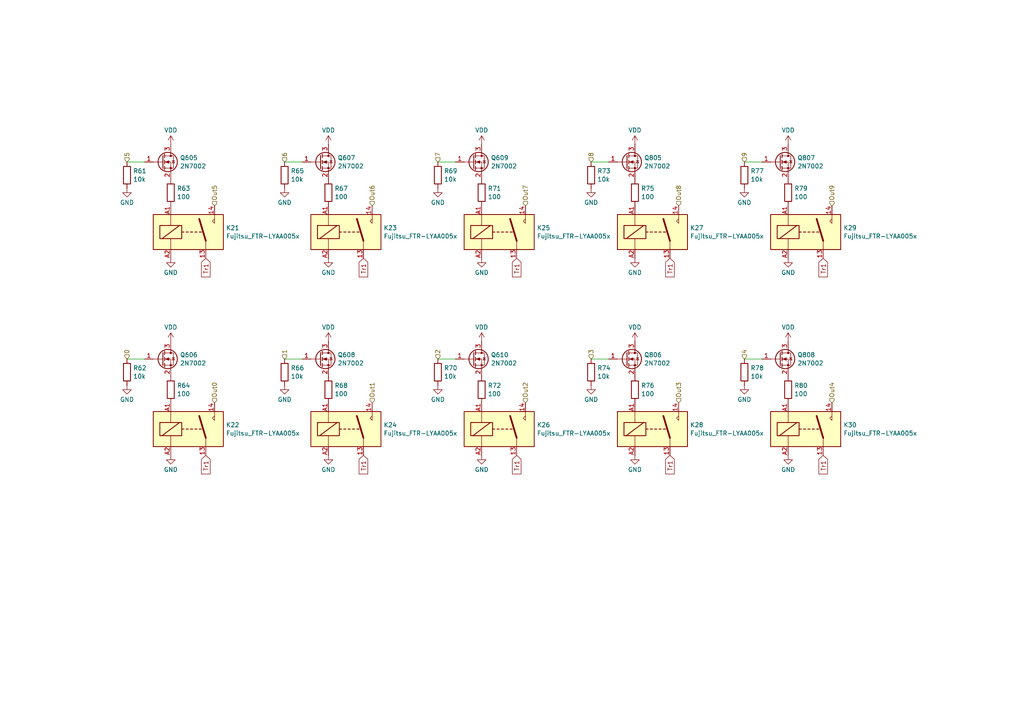
<source format=kicad_sch>
(kicad_sch (version 20250114) (generator "eeschema") (generator_version "9.0")
  (paper "A4")
  (lib_symbols
    (symbol "Device:R" (pin_numbers (hide yes)) (pin_names (offset 0))
      (property "Reference" "R" (at 2.032 0 90))
      (property "Value" "R" (at 0 0 90))
      (symbol "R_0_1"
        (rectangle (start -1.016 -2.54) (end 1.016 2.54) (stroke (width 0.254)))
      )
      (symbol "R_1_1"
        (pin passive line (at 0 3.81 270) (length 1.27) (name "~") (number "1"))
        (pin passive line (at 0 -3.81 90) (length 1.27) (name "~") (number "2"))
      )
    )
    (symbol "Relay:Fujitsu_FTR-LYAA005x"
      (property "Reference" "K" (at 11.43 3.81 0))
      (property "Value" "Fujitsu_FTR-LYAA005x" (at 11.43 1.27 0))
      (symbol "Fujitsu_FTR-LYAA005x_0_0"
        (polyline (pts (xy 7.62 5.08) (xy 7.62 2.54) (xy 6.985 3.175) (xy 7.62 3.81)))
      )
      (symbol "Fujitsu_FTR-LYAA005x_0_1"
        (rectangle (start -10.16 5.08) (end 10.16 -5.08) (stroke (width 0.254)) (fill (type background)))
        (rectangle (start -8.255 1.905) (end -1.905 -1.905) (stroke (width 0.254)))
        (polyline (pts (xy -7.62 -1.905) (xy -2.54 1.905)) (stroke (width 0.254)))
        (polyline (pts (xy -5.08 5.08) (xy -5.08 1.905)))
        (polyline (pts (xy -5.08 -5.08) (xy -5.08 -1.905)))
        (polyline (pts (xy -1.905 0) (xy -1.27 0)) (stroke (width 0.254)))
        (polyline (pts (xy -0.635 0) (xy 0 0)) (stroke (width 0.254)))
        (polyline (pts (xy 0.635 0) (xy 1.27 0)) (stroke (width 0.254)))
        (polyline (pts (xy 1.905 0) (xy 2.54 0)) (stroke (width 0.254)))
        (polyline (pts (xy 3.175 0) (xy 3.81 0)) (stroke (width 0.254)))
        (polyline (pts (xy 5.08 -2.54) (xy 3.175 3.81)) (stroke (width 0.508)))
        (polyline (pts (xy 5.08 -2.54) (xy 5.08 -5.08)))
      )
      (symbol "Fujitsu_FTR-LYAA005x_1_1"
        (pin passive line (at -5.08 7.62 270) (length 2.54) (name "~") (number "A1"))
        (pin passive line (at -5.08 -7.62 90) (length 2.54) (name "~") (number "A2"))
        (pin passive line (at 5.08 -7.62 90) (length 2.54) (name "~") (number "13"))
        (pin passive line (at 7.62 7.62 270) (length 2.54) (name "~") (number "14"))
      )
    )
    (symbol "Transistor_FET:2N7002" (pin_names (offset 0) (hide yes))
      (property "Reference" "Q" (at 5.08 1.905 0))
      (property "Value" "2N7002" (at 5.08 0 0))
      (symbol "2N7002_0_1"
        (polyline (pts (xy 0.254 1.905) (xy 0.254 -1.905)) (stroke (width 0.254)))
        (polyline (pts (xy 0.254 0) (xy -2.54 0)))
        (polyline (pts (xy 0.762 2.286) (xy 0.762 1.27)) (stroke (width 0.254)))
        (polyline (pts (xy 0.762 0.508) (xy 0.762 -0.508)) (stroke (width 0.254)))
        (polyline (pts (xy 0.762 -1.27) (xy 0.762 -2.286)) (stroke (width 0.254)))
        (polyline (pts (xy 0.762 -1.778) (xy 3.302 -1.778) (xy 3.302 1.778) (xy 0.762 1.778)))
        (polyline (pts (xy 1.016 0) (xy 2.032 0.381) (xy 2.032 -0.381) (xy 1.016 0)) (fill (type outline)))
        (circle (center 1.651 0) (radius 2.794) (stroke (width 0.254)))
        (polyline (pts (xy 2.54 2.54) (xy 2.54 1.778)))
        (circle (center 2.54 1.778) (radius 0.254) (fill (type outline)))
        (circle (center 2.54 -1.778) (radius 0.254) (fill (type outline)))
        (polyline (pts (xy 2.54 -2.54) (xy 2.54 0) (xy 0.762 0)))
        (polyline (pts (xy 2.921 0.381) (xy 3.683 0.381)))
        (polyline (pts (xy 3.302 0.381) (xy 2.921 -0.254) (xy 3.683 -0.254) (xy 3.302 0.381)))
      )
      (symbol "2N7002_1_1"
        (pin input line (at -5.08 0 0) (length 2.54) (name "G") (number "1"))
        (pin passive line (at 2.54 5.08 270) (length 2.54) (name "D") (number "3"))
        (pin passive line (at 2.54 -5.08 90) (length 2.54) (name "S") (number "2"))
      )
    )
    (symbol "power:GND" (power) (pin_numbers (hide yes)) (pin_names (offset 0) (hide yes))
      (property "Value" "GND" (at 0 -3.81 0))
      (symbol "GND_0_1"
        (polyline (pts (xy 0 0) (xy 0 -1.27) (xy 1.27 -1.27) (xy 0 -2.54) (xy -1.27 -1.27) (xy 0 -1.27)))
      )
      (symbol "GND_1_1"
        (pin power_in line (at 0 0 270) (length 0) (name "~") (number "1"))
      )
    )
    (symbol "power:VDD" (power) (pin_numbers (hide yes)) (pin_names (offset 0) (hide yes))
      (property "Value" "VDD" (at 0 3.556 0))
      (symbol "VDD_0_1"
        (polyline (pts (xy -0.762 1.27) (xy 0 2.54)))
        (polyline (pts (xy 0 2.54) (xy 0.762 1.27)))
        (polyline (pts (xy 0 0) (xy 0 2.54)))
      )
      (symbol "VDD_1_1"
        (pin power_in line (at 0 0 90) (length 0) (name "~") (number "1"))
      )
    )
  )
  (wire (pts (xy 215.9 104.14) (xy 220.98 104.14)))
  (wire (pts (xy 127 104.14) (xy 132.08 104.14)))
  (wire (pts (xy 215.9 46.99) (xy 220.98 46.99)))
  (wire (pts (xy 171.45 104.14) (xy 176.53 104.14)))
  (wire (pts (xy 171.45 46.99) (xy 176.53 46.99)))
  (wire (pts (xy 36.83 104.14) (xy 41.91 104.14)))
  (wire (pts (xy 36.83 46.99) (xy 41.91 46.99)))
  (wire (pts (xy 82.55 46.99) (xy 87.63 46.99)))
  (wire (pts (xy 127 46.99) (xy 132.08 46.99)))
  (wire (pts (xy 82.55 104.14) (xy 87.63 104.14)))
  (global_label "Tr1" (shape input) (at 59.69 74.93 270) (property "Intersheetrefs" "${INTERSHEET_REFS}" (effects (hide yes))))
  (global_label "Tr1" (shape input) (at 238.76 74.93 270) (property "Intersheetrefs" "${INTERSHEET_REFS}" (effects (hide yes))))
  (global_label "Tr1" (shape input) (at 105.41 132.08 270) (property "Intersheetrefs" "${INTERSHEET_REFS}" (effects (hide yes))))
  (global_label "Tr1" (shape input) (at 105.41 74.93 270) (property "Intersheetrefs" "${INTERSHEET_REFS}" (effects (hide yes))))
  (global_label "Tr1" (shape input) (at 149.86 132.08 270) (property "Intersheetrefs" "${INTERSHEET_REFS}" (effects (hide yes))))
  (global_label "Tr1" (shape input) (at 194.31 74.93 270) (property "Intersheetrefs" "${INTERSHEET_REFS}" (effects (hide yes))))
  (global_label "Tr1" (shape input) (at 149.86 74.93 270) (property "Intersheetrefs" "${INTERSHEET_REFS}" (effects (hide yes))))
  (global_label "Tr1" (shape input) (at 194.31 132.08 270) (property "Intersheetrefs" "${INTERSHEET_REFS}" (effects (hide yes))))
  (global_label "Tr1" (shape input) (at 238.76 132.08 270) (property "Intersheetrefs" "${INTERSHEET_REFS}" (effects (hide yes))))
  (global_label "Tr1" (shape input) (at 59.69 132.08 270) (property "Intersheetrefs" "${INTERSHEET_REFS}" (effects (hide yes))))
  (hierarchical_label "Out8" (shape input) (at 196.85 59.69 90))
  (hierarchical_label "Out3" (shape input) (at 196.85 116.84 90))
  (hierarchical_label "1" (shape input) (at 82.55 104.14 90))
  (hierarchical_label "Out9" (shape input) (at 241.3 59.69 90))
  (hierarchical_label "Out6" (shape input) (at 107.95 59.69 90))
  (hierarchical_label "Out1" (shape input) (at 107.95 116.84 90))
  (hierarchical_label "0" (shape input) (at 36.83 104.14 90))
  (hierarchical_label "2" (shape input) (at 127 104.14 90))
  (hierarchical_label "7" (shape input) (at 127 46.99 90))
  (hierarchical_label "Out4" (shape input) (at 241.3 116.84 90))
  (hierarchical_label "8" (shape input) (at 171.45 46.99 90))
  (hierarchical_label "3" (shape input) (at 171.45 104.14 90))
  (hierarchical_label "5" (shape input) (at 36.83 46.99 90))
  (hierarchical_label "Out7" (shape input) (at 152.4 59.69 90))
  (hierarchical_label "6" (shape input) (at 82.55 46.99 90))
  (hierarchical_label "9" (shape input) (at 215.9 46.99 90))
  (hierarchical_label "4" (shape input) (at 215.9 104.14 90))
  (hierarchical_label "Out2" (shape input) (at 152.4 116.84 90))
  (hierarchical_label "Out5" (shape input) (at 62.23 59.69 90))
  (hierarchical_label "Out0" (shape input) (at 62.23 116.84 90))
  (symbol (lib_id "Transistor_FET:2N7002") (at 46.99 46.99 0) (unit 1)
    (property "Reference" "Q605" (at 52.197 45.7778 0) (effects (justify left)))
    (property "Value" "2N7002" (at 52.197 48.2021 0) (effects (justify left)))
    (property "Footprint" "Package_TO_SOT_SMD:SOT-23" (effects (hide yes)))
    (property "Datasheet" "https://www.onsemi.com/pub/Collateral/NDS7002A-D.PDF" (effects (hide yes)))
    (property "Description" "0.115A Id, 60V Vds, N-Channel MOSFET, SOT-23" (effects (hide yes)))
    (instances (project "transistor-clock" (path "" (reference "Q605") (unit 1)) (path "" (reference "Q866") (unit 1)) (path "" (reference "Q873") (unit 1))))
  )
  (symbol (lib_id "Device:R") (at 49.53 113.03 0) (unit 1)
    (property "Reference" "R64" (at 51.308 111.8178 0) (effects (justify left)))
    (property "Value" "100" (at 51.308 114.2421 0) (effects (justify left)))
    (property "Footprint" "Resistor_SMD:R_0402_1005Metric" (effects (hide yes)))
    (property "Description" "Resistor" (effects (hide yes)))
    (instances (project "transistor-clock" (path "" (reference "R64") (unit 1)) (path "" (reference "R59") (unit 1)) (path "" (reference "R59") (unit 1))))
  )
  (symbol (lib_id "power:GND") (at 127 54.61 0) (unit 1)
    (property "Reference" "#PWR0390" (effects (hide yes)))
    (property "Value" "GND" (at 127 58.7431 0))
    (property "Description" "Power symbol creates a global label with name \"GND\" , ground" (effects (hide yes)))
    (instances (project "transistor-clock" (path "" (reference "#PWR0390") (unit 1)) (path "" (reference "#PWR0338") (unit 1)) (path "" (reference "#PWR0426") (unit 1))))
  )
  (symbol (lib_id "power:VDD") (at 184.15 99.06 0) (unit 1)
    (property "Reference" "#PWR0400" (effects (hide yes)))
    (property "Value" "VDD" (at 184.15 94.9269 0))
    (property "Description" "Power symbol creates a global label with name \"VDD\"" (effects (hide yes)))
    (instances (project "transistor-clock" (path "" (reference "#PWR0400") (unit 1)) (path "" (reference "#PWR0331") (unit 1)) (path "" (reference "#PWR0442") (unit 1))))
  )
  (symbol (lib_id "power:GND") (at 215.9 111.76 0) (unit 1)
    (property "Reference" "#PWR0403" (effects (hide yes)))
    (property "Value" "GND" (at 215.9 115.8931 0))
    (property "Description" "Power symbol creates a global label with name \"GND\" , ground" (effects (hide yes)))
    (instances (project "transistor-clock" (path "" (reference "#PWR0403") (unit 1)) (path "" (reference "#PWR0332") (unit 1)) (path "" (reference "#PWR0445") (unit 1))))
  )
  (symbol (lib_id "Relay:Fujitsu_FTR-LYAA005x") (at 100.33 124.46 0) (unit 1)
    (property "Reference" "K24" (at 111.252 123.2478 0) (effects (justify left)))
    (property "Value" "Fujitsu_FTR-LYAA005x" (at 111.252 125.6721 0) (effects (justify left)))
    (property "Footprint" "Relay_THT:Relay_SPST-NO_Fujitsu_FTR-LYAA005x_FormA_Vertical" (effects (hide yes)))
    (property "Datasheet" "https://www.fujitsu.com/sg/imagesgig5/ftr-ly.pdf" (effects (hide yes)))
    (property "Description" "Relay, SPST Form A, vertical mount, 5-60V coil, 6A, 250VAC, 28 x 5 x 15mm" (effects (hide yes)))
    (instances (project "transistor-clock" (path "" (reference "K24") (unit 1)) (path "" (reference "K7") (unit 1)) (path "" (reference "K35") (unit 1))))
  )
  (symbol (lib_id "power:VDD") (at 95.25 99.06 0) (unit 1)
    (property "Reference" "#PWR0388" (effects (hide yes)))
    (property "Value" "VDD" (at 95.25 94.9269 0))
    (property "Description" "Power symbol creates a global label with name \"VDD\"" (effects (hide yes)))
    (instances (project "transistor-clock" (path "" (reference "#PWR0388") (unit 1)) (path "" (reference "#PWR0327") (unit 1)) (path "" (reference "#PWR0422") (unit 1))))
  )
  (symbol (lib_id "Device:R") (at 215.9 50.8 0) (unit 1)
    (property "Reference" "R77" (at 217.678 49.5878 0) (effects (justify left)))
    (property "Value" "10k" (at 217.678 52.0121 0) (effects (justify left)))
    (property "Footprint" "Resistor_SMD:R_0402_1005Metric" (effects (hide yes)))
    (property "Description" "Resistor" (effects (hide yes)))
    (instances (project "transistor-clock" (path "" (reference "R77") (unit 1)) (path "" (reference "R31") (unit 1)) (path "" (reference "R105") (unit 1))))
  )
  (symbol (lib_id "Device:R") (at 95.25 113.03 0) (unit 1)
    (property "Reference" "R68" (at 97.028 111.8178 0) (effects (justify left)))
    (property "Value" "100" (at 97.028 114.2421 0) (effects (justify left)))
    (property "Footprint" "Resistor_SMD:R_0402_1005Metric" (effects (hide yes)))
    (property "Description" "Resistor" (effects (hide yes)))
    (instances (project "transistor-clock" (path "" (reference "R68") (unit 1)) (path "" (reference "R24") (unit 1)) (path "" (reference "R91") (unit 1))))
  )
  (symbol (lib_id "Relay:Fujitsu_FTR-LYAA005x") (at 54.61 67.31 0) (unit 1)
    (property "Reference" "K21" (at 65.532 66.0978 0) (effects (justify left)))
    (property "Value" "Fujitsu_FTR-LYAA005x" (at 65.532 68.5221 0) (effects (justify left)))
    (property "Footprint" "Relay_THT:Relay_SPST-NO_Fujitsu_FTR-LYAA005x_FormA_Vertical" (effects (hide yes)))
    (property "Datasheet" "https://www.fujitsu.com/sg/imagesgig5/ftr-ly.pdf" (effects (hide yes)))
    (property "Description" "Relay, SPST Form A, vertical mount, 5-60V coil, 6A, 250VAC, 28 x 5 x 15mm" (effects (hide yes)))
    (instances (project "transistor-clock" (path "" (reference "K21") (unit 1)) (path "" (reference "K13") (unit 1)) (path "" (reference "K13") (unit 1))))
  )
  (symbol (lib_id "Transistor_FET:2N7002") (at 181.61 46.99 0) (unit 1)
    (property "Reference" "Q805" (at 186.817 45.7778 0) (effects (justify left)))
    (property "Value" "2N7002" (at 186.817 48.2021 0) (effects (justify left)))
    (property "Footprint" "Package_TO_SOT_SMD:SOT-23" (effects (hide yes)))
    (property "Datasheet" "https://www.onsemi.com/pub/Collateral/NDS7002A-D.PDF" (effects (hide yes)))
    (property "Description" "0.115A Id, 60V Vds, N-Channel MOSFET, SOT-23" (effects (hide yes)))
    (instances (project "transistor-clock" (path "" (reference "Q805") (unit 1)) (path "" (reference "Q863") (unit 1)) (path "" (reference "Q885") (unit 1))))
  )
  (symbol (lib_id "Transistor_FET:2N7002") (at 92.71 104.14 0) (unit 1)
    (property "Reference" "Q608" (at 97.917 102.9278 0) (effects (justify left)))
    (property "Value" "2N7002" (at 97.917 105.3521 0) (effects (justify left)))
    (property "Footprint" "Package_TO_SOT_SMD:SOT-23" (effects (hide yes)))
    (property "Datasheet" "https://www.onsemi.com/pub/Collateral/NDS7002A-D.PDF" (effects (hide yes)))
    (property "Description" "0.115A Id, 60V Vds, N-Channel MOSFET, SOT-23" (effects (hide yes)))
    (instances (project "transistor-clock" (path "" (reference "Q608") (unit 1)) (path "" (reference "Q858") (unit 1)) (path "" (reference "Q879") (unit 1))))
  )
  (symbol (lib_id "Relay:Fujitsu_FTR-LYAA005x") (at 233.68 124.46 0) (unit 1)
    (property "Reference" "K30" (at 244.602 123.2478 0) (effects (justify left)))
    (property "Value" "Fujitsu_FTR-LYAA005x" (at 244.602 125.6721 0) (effects (justify left)))
    (property "Footprint" "Relay_THT:Relay_SPST-NO_Fujitsu_FTR-LYAA005x_FormA_Vertical" (effects (hide yes)))
    (property "Datasheet" "https://www.fujitsu.com/sg/imagesgig5/ftr-ly.pdf" (effects (hide yes)))
    (property "Description" "Relay, SPST Form A, vertical mount, 5-60V coil, 6A, 250VAC, 28 x 5 x 15mm" (effects (hide yes)))
    (instances (project "transistor-clock" (path "" (reference "K30") (unit 1)) (path "" (reference "K10") (unit 1)) (path "" (reference "K44") (unit 1))))
  )
  (symbol (lib_id "Relay:Fujitsu_FTR-LYAA005x") (at 189.23 67.31 0) (unit 1)
    (property "Reference" "K27" (at 200.152 66.0978 0) (effects (justify left)))
    (property "Value" "Fujitsu_FTR-LYAA005x" (at 200.152 68.5221 0) (effects (justify left)))
    (property "Footprint" "Relay_THT:Relay_SPST-NO_Fujitsu_FTR-LYAA005x_FormA_Vertical" (effects (hide yes)))
    (property "Datasheet" "https://www.fujitsu.com/sg/imagesgig5/ftr-ly.pdf" (effects (hide yes)))
    (property "Description" "Relay, SPST Form A, vertical mount, 5-60V coil, 6A, 250VAC, 28 x 5 x 15mm" (effects (hide yes)))
    (instances (project "transistor-clock" (path "" (reference "K27") (unit 1)) (path "" (reference "K4") (unit 1)) (path "" (reference "K41") (unit 1))))
  )
  (symbol (lib_id "Relay:Fujitsu_FTR-LYAA005x") (at 189.23 124.46 0) (unit 1)
    (property "Reference" "K28" (at 200.152 123.2478 0) (effects (justify left)))
    (property "Value" "Fujitsu_FTR-LYAA005x" (at 200.152 125.6721 0) (effects (justify left)))
    (property "Footprint" "Relay_THT:Relay_SPST-NO_Fujitsu_FTR-LYAA005x_FormA_Vertical" (effects (hide yes)))
    (property "Datasheet" "https://www.fujitsu.com/sg/imagesgig5/ftr-ly.pdf" (effects (hide yes)))
    (property "Description" "Relay, SPST Form A, vertical mount, 5-60V coil, 6A, 250VAC, 28 x 5 x 15mm" (effects (hide yes)))
    (instances (project "transistor-clock" (path "" (reference "K28") (unit 1)) (path "" (reference "K9") (unit 1)) (path "" (reference "K42") (unit 1))))
  )
  (symbol (lib_id "Transistor_FET:2N7002") (at 46.99 104.14 0) (unit 1)
    (property "Reference" "Q606" (at 52.197 102.9278 0) (effects (justify left)))
    (property "Value" "2N7002" (at 52.197 105.3521 0) (effects (justify left)))
    (property "Footprint" "Package_TO_SOT_SMD:SOT-23" (effects (hide yes)))
    (property "Datasheet" "https://www.onsemi.com/pub/Collateral/NDS7002A-D.PDF" (effects (hide yes)))
    (property "Description" "0.115A Id, 60V Vds, N-Channel MOSFET, SOT-23" (effects (hide yes)))
    (instances (project "transistor-clock" (path "" (reference "Q606") (unit 1)) (path "" (reference "Q875") (unit 1)) (path "" (reference "Q875") (unit 1))))
  )
  (symbol (lib_id "power:GND") (at 139.7 74.93 0) (unit 1)
    (property "Reference" "#PWR0393" (effects (hide yes)))
    (property "Value" "GND" (at 139.7 79.0631 0))
    (property "Description" "Power symbol creates a global label with name \"GND\" , ground" (effects (hide yes)))
    (instances (project "transistor-clock" (path "" (reference "#PWR0393") (unit 1)) (path "" (reference "#PWR0349") (unit 1)) (path "" (reference "#PWR0432") (unit 1))))
  )
  (symbol (lib_id "power:GND") (at 228.6 74.93 0) (unit 1)
    (property "Reference" "#PWR0405" (effects (hide yes)))
    (property "Value" "GND" (at 228.6 79.0631 0))
    (property "Description" "Power symbol creates a global label with name \"GND\" , ground" (effects (hide yes)))
    (instances (project "transistor-clock" (path "" (reference "#PWR0405") (unit 1)) (path "" (reference "#PWR0347") (unit 1)) (path "" (reference "#PWR0447") (unit 1))))
  )
  (symbol (lib_id "Transistor_FET:2N7002") (at 92.71 46.99 0) (unit 1)
    (property "Reference" "Q607" (at 97.917 45.7778 0) (effects (justify left)))
    (property "Value" "2N7002" (at 97.917 48.2021 0) (effects (justify left)))
    (property "Footprint" "Package_TO_SOT_SMD:SOT-23" (effects (hide yes)))
    (property "Datasheet" "https://www.onsemi.com/pub/Collateral/NDS7002A-D.PDF" (effects (hide yes)))
    (property "Description" "0.115A Id, 60V Vds, N-Channel MOSFET, SOT-23" (effects (hide yes)))
    (instances (project "transistor-clock" (path "" (reference "Q607") (unit 1)) (path "" (reference "Q865") (unit 1)) (path "" (reference "Q877") (unit 1))))
  )
  (symbol (lib_id "Relay:Fujitsu_FTR-LYAA005x") (at 54.61 124.46 0) (unit 1)
    (property "Reference" "K22" (at 65.532 123.2478 0) (effects (justify left)))
    (property "Value" "Fujitsu_FTR-LYAA005x" (at 65.532 125.6721 0) (effects (justify left)))
    (property "Footprint" "Relay_THT:Relay_SPST-NO_Fujitsu_FTR-LYAA005x_FormA_Vertical" (effects (hide yes)))
    (property "Datasheet" "https://www.fujitsu.com/sg/imagesgig5/ftr-ly.pdf" (effects (hide yes)))
    (property "Description" "Relay, SPST Form A, vertical mount, 5-60V coil, 6A, 250VAC, 28 x 5 x 15mm" (effects (hide yes)))
    (instances (project "transistor-clock" (path "" (reference "K22") (unit 1)) (path "" (reference "K6") (unit 1)) (path "" (reference "K19") (unit 1))))
  )
  (symbol (lib_id "power:GND") (at 184.15 132.08 0) (unit 1)
    (property "Reference" "#PWR0401" (effects (hide yes)))
    (property "Value" "GND" (at 184.15 136.2131 0))
    (property "Description" "Power symbol creates a global label with name \"GND\" , ground" (effects (hide yes)))
    (instances (project "transistor-clock" (path "" (reference "#PWR0401") (unit 1)) (path "" (reference "#PWR0345") (unit 1)) (path "" (reference "#PWR0443") (unit 1))))
  )
  (symbol (lib_id "power:VDD") (at 49.53 41.91 0) (unit 1)
    (property "Reference" "#PWR0304" (effects (hide yes)))
    (property "Value" "VDD" (at 49.53 37.7769 0))
    (property "Description" "Power symbol creates a global label with name \"VDD\"" (effects (hide yes)))
    (instances (project "transistor-clock" (path "" (reference "#PWR0304") (unit 1)) (path "" (reference "#PWR0343") (unit 1)) (path "" (reference "#PWR0373") (unit 1))))
  )
  (symbol (lib_id "Device:R") (at 82.55 107.95 0) (unit 1)
    (property "Reference" "R66" (at 84.328 106.7378 0) (effects (justify left)))
    (property "Value" "10k" (at 84.328 109.1621 0) (effects (justify left)))
    (property "Footprint" "Resistor_SMD:R_0402_1005Metric" (effects (hide yes)))
    (property "Description" "Resistor" (effects (hide yes)))
    (instances (project "transistor-clock" (path "" (reference "R66") (unit 1)) (path "" (reference "R23") (unit 1)) (path "" (reference "R87") (unit 1))))
  )
  (symbol (lib_id "power:GND") (at 95.25 74.93 0) (unit 1)
    (property "Reference" "#PWR0387" (effects (hide yes)))
    (property "Value" "GND" (at 95.25 79.0631 0))
    (property "Description" "Power symbol creates a global label with name \"GND\" , ground" (effects (hide yes)))
    (instances (project "transistor-clock" (path "" (reference "#PWR0387") (unit 1)) (path "" (reference "#PWR0350") (unit 1)) (path "" (reference "#PWR0420") (unit 1))))
  )
  (symbol (lib_id "power:VDD") (at 228.6 41.91 0) (unit 1)
    (property "Reference" "#PWR0404" (effects (hide yes)))
    (property "Value" "VDD" (at 228.6 37.7769 0))
    (property "Description" "Power symbol creates a global label with name \"VDD\"" (effects (hide yes)))
    (instances (project "transistor-clock" (path "" (reference "#PWR0404") (unit 1)) (path "" (reference "#PWR0335") (unit 1)) (path "" (reference "#PWR0446") (unit 1))))
  )
  (symbol (lib_id "Relay:Fujitsu_FTR-LYAA005x") (at 144.78 67.31 0) (unit 1)
    (property "Reference" "K25" (at 155.702 66.0978 0) (effects (justify left)))
    (property "Value" "Fujitsu_FTR-LYAA005x" (at 155.702 68.5221 0) (effects (justify left)))
    (property "Footprint" "Relay_THT:Relay_SPST-NO_Fujitsu_FTR-LYAA005x_FormA_Vertical" (effects (hide yes)))
    (property "Datasheet" "https://www.fujitsu.com/sg/imagesgig5/ftr-ly.pdf" (effects (hide yes)))
    (property "Description" "Relay, SPST Form A, vertical mount, 5-60V coil, 6A, 250VAC, 28 x 5 x 15mm" (effects (hide yes)))
    (instances (project "transistor-clock" (path "" (reference "K25") (unit 1)) (path "" (reference "K3") (unit 1)) (path "" (reference "K37") (unit 1))))
  )
  (symbol (lib_id "Device:R") (at 228.6 55.88 0) (unit 1)
    (property "Reference" "R79" (at 230.378 54.6678 0) (effects (justify left)))
    (property "Value" "100" (at 230.378 57.0921 0) (effects (justify left)))
    (property "Footprint" "Resistor_SMD:R_0402_1005Metric" (effects (hide yes)))
    (property "Description" "Resistor" (effects (hide yes)))
    (instances (project "transistor-clock" (path "" (reference "R79") (unit 1)) (path "" (reference "R32") (unit 1)) (path "" (reference "R107") (unit 1))))
  )
  (symbol (lib_id "Relay:Fujitsu_FTR-LYAA005x") (at 144.78 124.46 0) (unit 1)
    (property "Reference" "K26" (at 155.702 123.2478 0) (effects (justify left)))
    (property "Value" "Fujitsu_FTR-LYAA005x" (at 155.702 125.6721 0) (effects (justify left)))
    (property "Footprint" "Relay_THT:Relay_SPST-NO_Fujitsu_FTR-LYAA005x_FormA_Vertical" (effects (hide yes)))
    (property "Datasheet" "https://www.fujitsu.com/sg/imagesgig5/ftr-ly.pdf" (effects (hide yes)))
    (property "Description" "Relay, SPST Form A, vertical mount, 5-60V coil, 6A, 250VAC, 28 x 5 x 15mm" (effects (hide yes)))
    (instances (project "transistor-clock" (path "" (reference "K26") (unit 1)) (path "" (reference "K8") (unit 1)) (path "" (reference "K39") (unit 1))))
  )
  (symbol (lib_id "Device:R") (at 215.9 107.95 0) (unit 1)
    (property "Reference" "R78" (at 217.678 106.7378 0) (effects (justify left)))
    (property "Value" "10k" (at 217.678 109.1621 0) (effects (justify left)))
    (property "Footprint" "Resistor_SMD:R_0402_1005Metric" (effects (hide yes)))
    (property "Description" "Resistor" (effects (hide yes)))
    (instances (project "transistor-clock" (path "" (reference "R78") (unit 1)) (path "" (reference "R29") (unit 1)) (path "" (reference "R106") (unit 1))))
  )
  (symbol (lib_id "Device:R") (at 36.83 50.8 0) (unit 1)
    (property "Reference" "R61" (at 38.608 49.5878 0) (effects (justify left)))
    (property "Value" "10k" (at 38.608 52.0121 0) (effects (justify left)))
    (property "Footprint" "Resistor_SMD:R_0402_1005Metric" (effects (hide yes)))
    (property "Description" "Resistor" (effects (hide yes)))
    (instances (project "transistor-clock" (path "" (reference "R61") (unit 1)) (path "" (reference "R39") (unit 1)) (path "" (reference "R53") (unit 1))))
  )
  (symbol (lib_id "Relay:Fujitsu_FTR-LYAA005x") (at 100.33 67.31 0) (unit 1)
    (property "Reference" "K23" (at 111.252 66.0978 0) (effects (justify left)))
    (property "Value" "Fujitsu_FTR-LYAA005x" (at 111.252 68.5221 0) (effects (justify left)))
    (property "Footprint" "Relay_THT:Relay_SPST-NO_Fujitsu_FTR-LYAA005x_FormA_Vertical" (effects (hide yes)))
    (property "Datasheet" "https://www.fujitsu.com/sg/imagesgig5/ftr-ly.pdf" (effects (hide yes)))
    (property "Description" "Relay, SPST Form A, vertical mount, 5-60V coil, 6A, 250VAC, 28 x 5 x 15mm" (effects (hide yes)))
    (instances (project "transistor-clock" (path "" (reference "K23") (unit 1)) (path "" (reference "K2") (unit 1)) (path "" (reference "K33") (unit 1))))
  )
  (symbol (lib_id "power:GND") (at 49.53 132.08 0) (unit 1)
    (property "Reference" "#PWR0383" (effects (hide yes)))
    (property "Value" "GND" (at 49.53 136.2131 0))
    (property "Description" "Power symbol creates a global label with name \"GND\" , ground" (effects (hide yes)))
    (instances (project "transistor-clock" (path "" (reference "#PWR0383") (unit 1)) (path "" (reference "#PWR0379") (unit 1)) (path "" (reference "#PWR0379") (unit 1))))
  )
  (symbol (lib_id "power:GND") (at 127 111.76 0) (unit 1)
    (property "Reference" "#PWR0391" (effects (hide yes)))
    (property "Value" "GND" (at 127 115.8931 0))
    (property "Description" "Power symbol creates a global label with name \"GND\" , ground" (effects (hide yes)))
    (instances (project "transistor-clock" (path "" (reference "#PWR0391") (unit 1)) (path "" (reference "#PWR0328") (unit 1)) (path "" (reference "#PWR0428") (unit 1))))
  )
  (symbol (lib_id "power:GND") (at 82.55 111.76 0) (unit 1)
    (property "Reference" "#PWR0385" (effects (hide yes)))
    (property "Value" "GND" (at 82.55 115.8931 0))
    (property "Description" "Power symbol creates a global label with name \"GND\" , ground" (effects (hide yes)))
    (instances (project "transistor-clock" (path "" (reference "#PWR0385") (unit 1)) (path "" (reference "#PWR0326") (unit 1)) (path "" (reference "#PWR0416") (unit 1))))
  )
  (symbol (lib_id "Transistor_FET:2N7002") (at 137.16 104.14 0) (unit 1)
    (property "Reference" "Q610" (at 142.367 102.9278 0) (effects (justify left)))
    (property "Value" "2N7002" (at 142.367 105.3521 0) (effects (justify left)))
    (property "Footprint" "Package_TO_SOT_SMD:SOT-23" (effects (hide yes)))
    (property "Datasheet" "https://www.onsemi.com/pub/Collateral/NDS7002A-D.PDF" (effects (hide yes)))
    (property "Description" "0.115A Id, 60V Vds, N-Channel MOSFET, SOT-23" (effects (hide yes)))
    (instances (project "transistor-clock" (path "" (reference "Q610") (unit 1)) (path "" (reference "Q859") (unit 1)) (path "" (reference "Q883") (unit 1))))
  )
  (symbol (lib_id "Relay:Fujitsu_FTR-LYAA005x") (at 233.68 67.31 0) (unit 1)
    (property "Reference" "K29" (at 244.602 66.0978 0) (effects (justify left)))
    (property "Value" "Fujitsu_FTR-LYAA005x" (at 244.602 68.5221 0) (effects (justify left)))
    (property "Footprint" "Relay_THT:Relay_SPST-NO_Fujitsu_FTR-LYAA005x_FormA_Vertical" (effects (hide yes)))
    (property "Datasheet" "https://www.fujitsu.com/sg/imagesgig5/ftr-ly.pdf" (effects (hide yes)))
    (property "Description" "Relay, SPST Form A, vertical mount, 5-60V coil, 6A, 250VAC, 28 x 5 x 15mm" (effects (hide yes)))
    (instances (project "transistor-clock" (path "" (reference "K29") (unit 1)) (path "" (reference "K5") (unit 1)) (path "" (reference "K43") (unit 1))))
  )
  (symbol (lib_id "power:GND") (at 171.45 54.61 0) (unit 1)
    (property "Reference" "#PWR0396" (effects (hide yes)))
    (property "Value" "GND" (at 171.45 58.7431 0))
    (property "Description" "Power symbol creates a global label with name \"GND\" , ground" (effects (hide yes)))
    (instances (project "transistor-clock" (path "" (reference "#PWR0396") (unit 1)) (path "" (reference "#PWR0336") (unit 1)) (path "" (reference "#PWR0438") (unit 1))))
  )
  (symbol (lib_id "Transistor_FET:2N7002") (at 137.16 46.99 0) (unit 1)
    (property "Reference" "Q609" (at 142.367 45.7778 0) (effects (justify left)))
    (property "Value" "2N7002" (at 142.367 48.2021 0) (effects (justify left)))
    (property "Footprint" "Package_TO_SOT_SMD:SOT-23" (effects (hide yes)))
    (property "Datasheet" "https://www.onsemi.com/pub/Collateral/NDS7002A-D.PDF" (effects (hide yes)))
    (property "Description" "0.115A Id, 60V Vds, N-Channel MOSFET, SOT-23" (effects (hide yes)))
    (instances (project "transistor-clock" (path "" (reference "Q609") (unit 1)) (path "" (reference "Q864") (unit 1)) (path "" (reference "Q881") (unit 1))))
  )
  (symbol (lib_id "power:GND") (at 184.15 74.93 0) (unit 1)
    (property "Reference" "#PWR0399" (effects (hide yes)))
    (property "Value" "GND" (at 184.15 79.0631 0))
    (property "Description" "Power symbol creates a global label with name \"GND\" , ground" (effects (hide yes)))
    (instances (project "transistor-clock" (path "" (reference "#PWR0399") (unit 1)) (path "" (reference "#PWR0348") (unit 1)) (path "" (reference "#PWR0441") (unit 1))))
  )
  (symbol (lib_id "power:VDD") (at 49.53 99.06 0) (unit 1)
    (property "Reference" "#PWR0382" (effects (hide yes)))
    (property "Value" "VDD" (at 49.53 94.9269 0))
    (property "Description" "Power symbol creates a global label with name \"VDD\"" (effects (hide yes)))
    (instances (project "transistor-clock" (path "" (reference "#PWR0382") (unit 1)) (path "" (reference "#PWR0378") (unit 1)) (path "" (reference "#PWR0378") (unit 1))))
  )
  (symbol (lib_id "power:VDD") (at 139.7 41.91 0) (unit 1)
    (property "Reference" "#PWR0392" (effects (hide yes)))
    (property "Value" "VDD" (at 139.7 37.7769 0))
    (property "Description" "Power symbol creates a global label with name \"VDD\"" (effects (hide yes)))
    (instances (project "transistor-clock" (path "" (reference "#PWR0392") (unit 1)) (path "" (reference "#PWR0339") (unit 1)) (path "" (reference "#PWR0429") (unit 1))))
  )
  (symbol (lib_id "power:VDD") (at 184.15 41.91 0) (unit 1)
    (property "Reference" "#PWR0398" (effects (hide yes)))
    (property "Value" "VDD" (at 184.15 37.7769 0))
    (property "Description" "Power symbol creates a global label with name \"VDD\"" (effects (hide yes)))
    (instances (project "transistor-clock" (path "" (reference "#PWR0398") (unit 1)) (path "" (reference "#PWR0337") (unit 1)) (path "" (reference "#PWR0440") (unit 1))))
  )
  (symbol (lib_id "Transistor_FET:2N7002") (at 226.06 104.14 0) (unit 1)
    (property "Reference" "Q808" (at 231.267 102.9278 0) (effects (justify left)))
    (property "Value" "2N7002" (at 231.267 105.3521 0) (effects (justify left)))
    (property "Footprint" "Package_TO_SOT_SMD:SOT-23" (effects (hide yes)))
    (property "Datasheet" "https://www.onsemi.com/pub/Collateral/NDS7002A-D.PDF" (effects (hide yes)))
    (property "Description" "0.115A Id, 60V Vds, N-Channel MOSFET, SOT-23" (effects (hide yes)))
    (instances (project "transistor-clock" (path "" (reference "Q808") (unit 1)) (path "" (reference "Q861") (unit 1)) (path "" (reference "Q888") (unit 1))))
  )
  (symbol (lib_id "power:GND") (at 36.83 111.76 0) (unit 1)
    (property "Reference" "#PWR0235" (effects (hide yes)))
    (property "Value" "GND" (at 36.83 115.8931 0))
    (property "Description" "Power symbol creates a global label with name \"GND\" , ground" (effects (hide yes)))
    (instances (project "transistor-clock" (path "" (reference "#PWR0235") (unit 1)) (path "" (reference "#PWR0325") (unit 1)) (path "" (reference "#PWR0372") (unit 1))))
  )
  (symbol (lib_id "power:VDD") (at 228.6 99.06 0) (unit 1)
    (property "Reference" "#PWR0406" (effects (hide yes)))
    (property "Value" "VDD" (at 228.6 94.9269 0))
    (property "Description" "Power symbol creates a global label with name \"VDD\"" (effects (hide yes)))
    (instances (project "transistor-clock" (path "" (reference "#PWR0406") (unit 1)) (path "" (reference "#PWR0333") (unit 1)) (path "" (reference "#PWR0448") (unit 1))))
  )
  (symbol (lib_id "power:VDD") (at 95.25 41.91 0) (unit 1)
    (property "Reference" "#PWR0386" (effects (hide yes)))
    (property "Value" "VDD" (at 95.25 37.7769 0))
    (property "Description" "Power symbol creates a global label with name \"VDD\"" (effects (hide yes)))
    (instances (project "transistor-clock" (path "" (reference "#PWR0386") (unit 1)) (path "" (reference "#PWR0341") (unit 1)) (path "" (reference "#PWR0417") (unit 1))))
  )
  (symbol (lib_id "Device:R") (at 139.7 55.88 0) (unit 1)
    (property "Reference" "R71" (at 141.478 54.6678 0) (effects (justify left)))
    (property "Value" "100" (at 141.478 57.0921 0) (effects (justify left)))
    (property "Footprint" "Resistor_SMD:R_0402_1005Metric" (effects (hide yes)))
    (property "Description" "Resistor" (effects (hide yes)))
    (instances (project "transistor-clock" (path "" (reference "R71") (unit 1)) (path "" (reference "R36") (unit 1)) (path "" (reference "R97") (unit 1))))
  )
  (symbol (lib_id "Device:R") (at 36.83 107.95 0) (unit 1)
    (property "Reference" "R62" (at 38.608 106.7378 0) (effects (justify left)))
    (property "Value" "10k" (at 38.608 109.1621 0) (effects (justify left)))
    (property "Footprint" "Resistor_SMD:R_0402_1005Metric" (effects (hide yes)))
    (property "Description" "Resistor" (effects (hide yes)))
    (instances (project "transistor-clock" (path "" (reference "R62") (unit 1)) (path "" (reference "R55") (unit 1)) (path "" (reference "R55") (unit 1))))
  )
  (symbol (lib_id "Device:R") (at 171.45 50.8 0) (unit 1)
    (property "Reference" "R73" (at 173.228 49.5878 0) (effects (justify left)))
    (property "Value" "10k" (at 173.228 52.0121 0) (effects (justify left)))
    (property "Footprint" "Resistor_SMD:R_0402_1005Metric" (effects (hide yes)))
    (property "Description" "Resistor" (effects (hide yes)))
    (instances (project "transistor-clock" (path "" (reference "R73") (unit 1)) (path "" (reference "R33") (unit 1)) (path "" (reference "R101") (unit 1))))
  )
  (symbol (lib_id "power:GND") (at 36.83 54.61 0) (unit 1)
    (property "Reference" "#PWR0234" (effects (hide yes)))
    (property "Value" "GND" (at 36.83 58.7431 0))
    (property "Description" "Power symbol creates a global label with name \"GND\" , ground" (effects (hide yes)))
    (instances (project "transistor-clock" (path "" (reference "#PWR0234") (unit 1)) (path "" (reference "#PWR0342") (unit 1)) (path "" (reference "#PWR0370") (unit 1))))
  )
  (symbol (lib_id "Device:R") (at 82.55 50.8 0) (unit 1)
    (property "Reference" "R65" (at 84.328 49.5878 0) (effects (justify left)))
    (property "Value" "10k" (at 84.328 52.0121 0) (effects (justify left)))
    (property "Footprint" "Resistor_SMD:R_0402_1005Metric" (effects (hide yes)))
    (property "Description" "Resistor" (effects (hide yes)))
    (instances (project "transistor-clock" (path "" (reference "R65") (unit 1)) (path "" (reference "R37") (unit 1)) (path "" (reference "R85") (unit 1))))
  )
  (symbol (lib_id "Device:R") (at 139.7 113.03 0) (unit 1)
    (property "Reference" "R72" (at 141.478 111.8178 0) (effects (justify left)))
    (property "Value" "100" (at 141.478 114.2421 0) (effects (justify left)))
    (property "Footprint" "Resistor_SMD:R_0402_1005Metric" (effects (hide yes)))
    (property "Description" "Resistor" (effects (hide yes)))
    (instances (project "transistor-clock" (path "" (reference "R72") (unit 1)) (path "" (reference "R26") (unit 1)) (path "" (reference "R99") (unit 1))))
  )
  (symbol (lib_id "Device:R") (at 127 107.95 0) (unit 1)
    (property "Reference" "R70" (at 128.778 106.7378 0) (effects (justify left)))
    (property "Value" "10k" (at 128.778 109.1621 0) (effects (justify left)))
    (property "Footprint" "Resistor_SMD:R_0402_1005Metric" (effects (hide yes)))
    (property "Description" "Resistor" (effects (hide yes)))
    (instances (project "transistor-clock" (path "" (reference "R70") (unit 1)) (path "" (reference "R25") (unit 1)) (path "" (reference "R95") (unit 1))))
  )
  (symbol (lib_id "Device:R") (at 127 50.8 0) (unit 1)
    (property "Reference" "R69" (at 128.778 49.5878 0) (effects (justify left)))
    (property "Value" "10k" (at 128.778 52.0121 0) (effects (justify left)))
    (property "Footprint" "Resistor_SMD:R_0402_1005Metric" (effects (hide yes)))
    (property "Description" "Resistor" (effects (hide yes)))
    (instances (project "transistor-clock" (path "" (reference "R69") (unit 1)) (path "" (reference "R35") (unit 1)) (path "" (reference "R93") (unit 1))))
  )
  (symbol (lib_id "Device:R") (at 228.6 113.03 0) (unit 1)
    (property "Reference" "R80" (at 230.378 111.8178 0) (effects (justify left)))
    (property "Value" "100" (at 230.378 114.2421 0) (effects (justify left)))
    (property "Footprint" "Resistor_SMD:R_0402_1005Metric" (effects (hide yes)))
    (property "Description" "Resistor" (effects (hide yes)))
    (instances (project "transistor-clock" (path "" (reference "R80") (unit 1)) (path "" (reference "R30") (unit 1)) (path "" (reference "R108") (unit 1))))
  )
  (symbol (lib_id "power:GND") (at 171.45 111.76 0) (unit 1)
    (property "Reference" "#PWR0397" (effects (hide yes)))
    (property "Value" "GND" (at 171.45 115.8931 0))
    (property "Description" "Power symbol creates a global label with name \"GND\" , ground" (effects (hide yes)))
    (instances (project "transistor-clock" (path "" (reference "#PWR0397") (unit 1)) (path "" (reference "#PWR0330") (unit 1)) (path "" (reference "#PWR0439") (unit 1))))
  )
  (symbol (lib_id "Device:R") (at 49.53 55.88 0) (unit 1)
    (property "Reference" "R63" (at 51.308 54.6678 0) (effects (justify left)))
    (property "Value" "100" (at 51.308 57.0921 0) (effects (justify left)))
    (property "Footprint" "Resistor_SMD:R_0402_1005Metric" (effects (hide yes)))
    (property "Description" "Resistor" (effects (hide yes)))
    (instances (project "transistor-clock" (path "" (reference "R63") (unit 1)) (path "" (reference "R40") (unit 1)) (path "" (reference "R57") (unit 1))))
  )
  (symbol (lib_id "power:GND") (at 228.6 132.08 0) (unit 1)
    (property "Reference" "#PWR0407" (effects (hide yes)))
    (property "Value" "GND" (at 228.6 136.2131 0))
    (property "Description" "Power symbol creates a global label with name \"GND\" , ground" (effects (hide yes)))
    (instances (project "transistor-clock" (path "" (reference "#PWR0407") (unit 1)) (path "" (reference "#PWR0346") (unit 1)) (path "" (reference "#PWR0449") (unit 1))))
  )
  (symbol (lib_id "Transistor_FET:2N7002") (at 181.61 104.14 0) (unit 1)
    (property "Reference" "Q806" (at 186.817 102.9278 0) (effects (justify left)))
    (property "Value" "2N7002" (at 186.817 105.3521 0) (effects (justify left)))
    (property "Footprint" "Package_TO_SOT_SMD:SOT-23" (effects (hide yes)))
    (property "Datasheet" "https://www.onsemi.com/pub/Collateral/NDS7002A-D.PDF" (effects (hide yes)))
    (property "Description" "0.115A Id, 60V Vds, N-Channel MOSFET, SOT-23" (effects (hide yes)))
    (instances (project "transistor-clock" (path "" (reference "Q806") (unit 1)) (path "" (reference "Q860") (unit 1)) (path "" (reference "Q886") (unit 1))))
  )
  (symbol (lib_id "power:GND") (at 215.9 54.61 0) (unit 1)
    (property "Reference" "#PWR0402" (effects (hide yes)))
    (property "Value" "GND" (at 215.9 58.7431 0))
    (property "Description" "Power symbol creates a global label with name \"GND\" , ground" (effects (hide yes)))
    (instances (project "transistor-clock" (path "" (reference "#PWR0402") (unit 1)) (path "" (reference "#PWR0334") (unit 1)) (path "" (reference "#PWR0444") (unit 1))))
  )
  (symbol (lib_id "Device:R") (at 171.45 107.95 0) (unit 1)
    (property "Reference" "R74" (at 173.228 106.7378 0) (effects (justify left)))
    (property "Value" "10k" (at 173.228 109.1621 0) (effects (justify left)))
    (property "Footprint" "Resistor_SMD:R_0402_1005Metric" (effects (hide yes)))
    (property "Description" "Resistor" (effects (hide yes)))
    (instances (project "transistor-clock" (path "" (reference "R74") (unit 1)) (path "" (reference "R27") (unit 1)) (path "" (reference "R102") (unit 1))))
  )
  (symbol (lib_id "power:GND") (at 82.55 54.61 0) (unit 1)
    (property "Reference" "#PWR0384" (effects (hide yes)))
    (property "Value" "GND" (at 82.55 58.7431 0))
    (property "Description" "Power symbol creates a global label with name \"GND\" , ground" (effects (hide yes)))
    (instances (project "transistor-clock" (path "" (reference "#PWR0384") (unit 1)) (path "" (reference "#PWR0340") (unit 1)) (path "" (reference "#PWR0414") (unit 1))))
  )
  (symbol (lib_id "power:VDD") (at 139.7 99.06 0) (unit 1)
    (property "Reference" "#PWR0394" (effects (hide yes)))
    (property "Value" "VDD" (at 139.7 94.9269 0))
    (property "Description" "Power symbol creates a global label with name \"VDD\"" (effects (hide yes)))
    (instances (project "transistor-clock" (path "" (reference "#PWR0394") (unit 1)) (path "" (reference "#PWR0329") (unit 1)) (path "" (reference "#PWR0434") (unit 1))))
  )
  (symbol (lib_id "power:GND") (at 95.25 132.08 0) (unit 1)
    (property "Reference" "#PWR0389" (effects (hide yes)))
    (property "Value" "GND" (at 95.25 136.2131 0))
    (property "Description" "Power symbol creates a global label with name \"GND\" , ground" (effects (hide yes)))
    (instances (project "transistor-clock" (path "" (reference "#PWR0389") (unit 1)) (path "" (reference "#PWR0323") (unit 1)) (path "" (reference "#PWR0423") (unit 1))))
  )
  (symbol (lib_id "Transistor_FET:2N7002") (at 226.06 46.99 0) (unit 1)
    (property "Reference" "Q807" (at 231.267 45.7778 0) (effects (justify left)))
    (property "Value" "2N7002" (at 231.267 48.2021 0) (effects (justify left)))
    (property "Footprint" "Package_TO_SOT_SMD:SOT-23" (effects (hide yes)))
    (property "Datasheet" "https://www.onsemi.com/pub/Collateral/NDS7002A-D.PDF" (effects (hide yes)))
    (property "Description" "0.115A Id, 60V Vds, N-Channel MOSFET, SOT-23" (effects (hide yes)))
    (instances (project "transistor-clock" (path "" (reference "Q807") (unit 1)) (path "" (reference "Q862") (unit 1)) (path "" (reference "Q887") (unit 1))))
  )
  (symbol (lib_id "Device:R") (at 95.25 55.88 0) (unit 1)
    (property "Reference" "R67" (at 97.028 54.6678 0) (effects (justify left)))
    (property "Value" "100" (at 97.028 57.0921 0) (effects (justify left)))
    (property "Footprint" "Resistor_SMD:R_0402_1005Metric" (effects (hide yes)))
    (property "Description" "Resistor" (effects (hide yes)))
    (instances (project "transistor-clock" (path "" (reference "R67") (unit 1)) (path "" (reference "R38") (unit 1)) (path "" (reference "R89") (unit 1))))
  )
  (symbol (lib_id "power:GND") (at 139.7 132.08 0) (unit 1)
    (property "Reference" "#PWR0395" (effects (hide yes)))
    (property "Value" "GND" (at 139.7 136.2131 0))
    (property "Description" "Power symbol creates a global label with name \"GND\" , ground" (effects (hide yes)))
    (instances (project "transistor-clock" (path "" (reference "#PWR0395") (unit 1)) (path "" (reference "#PWR0344") (unit 1)) (path "" (reference "#PWR0435") (unit 1))))
  )
  (symbol (lib_id "Device:R") (at 184.15 113.03 0) (unit 1)
    (property "Reference" "R76" (at 185.928 111.8178 0) (effects (justify left)))
    (property "Value" "100" (at 185.928 114.2421 0) (effects (justify left)))
    (property "Footprint" "Resistor_SMD:R_0402_1005Metric" (effects (hide yes)))
    (property "Description" "Resistor" (effects (hide yes)))
    (instances (project "transistor-clock" (path "" (reference "R76") (unit 1)) (path "" (reference "R28") (unit 1)) (path "" (reference "R104") (unit 1))))
  )
  (symbol (lib_id "power:GND") (at 49.53 74.93 0) (unit 1)
    (property "Reference" "#PWR0305" (effects (hide yes)))
    (property "Value" "GND" (at 49.53 79.0631 0))
    (property "Description" "Power symbol creates a global label with name \"GND\" , ground" (effects (hide yes)))
    (instances (project "transistor-clock" (path "" (reference "#PWR0305") (unit 1)) (path "" (reference "#PWR0351") (unit 1)) (path "" (reference "#PWR0376") (unit 1))))
  )
  (symbol (lib_id "Device:R") (at 184.15 55.88 0) (unit 1)
    (property "Reference" "R75" (at 185.928 54.6678 0) (effects (justify left)))
    (property "Value" "100" (at 185.928 57.0921 0) (effects (justify left)))
    (property "Footprint" "Resistor_SMD:R_0402_1005Metric" (effects (hide yes)))
    (property "Description" "Resistor" (effects (hide yes)))
    (instances (project "transistor-clock" (path "" (reference "R75") (unit 1)) (path "" (reference "R34") (unit 1)) (path "" (reference "R103") (unit 1))))
  )
)
</source>
